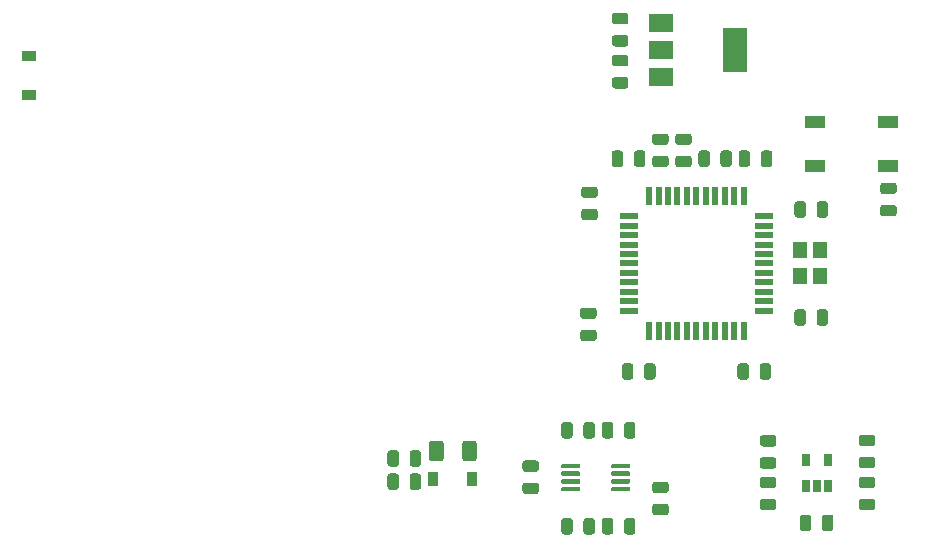
<source format=gbr>
G04 #@! TF.GenerationSoftware,KiCad,Pcbnew,(5.1.6)-1*
G04 #@! TF.CreationDate,2020-11-30T20:52:42-08:00*
G04 #@! TF.ProjectId,pcb2,70636232-2e6b-4696-9361-645f70636258,rev?*
G04 #@! TF.SameCoordinates,Original*
G04 #@! TF.FileFunction,Paste,Bot*
G04 #@! TF.FilePolarity,Positive*
%FSLAX46Y46*%
G04 Gerber Fmt 4.6, Leading zero omitted, Abs format (unit mm)*
G04 Created by KiCad (PCBNEW (5.1.6)-1) date 2020-11-30 20:52:42*
%MOMM*%
%LPD*%
G01*
G04 APERTURE LIST*
%ADD10R,0.900000X1.200000*%
%ADD11R,1.200000X0.900000*%
%ADD12R,1.800000X1.100000*%
%ADD13R,2.000000X3.800000*%
%ADD14R,2.000000X1.500000*%
%ADD15R,0.650000X1.060000*%
%ADD16R,0.550000X1.500000*%
%ADD17R,1.500000X0.550000*%
%ADD18R,1.200000X1.400000*%
G04 APERTURE END LIST*
G04 #@! TO.C,C14*
G36*
G01*
X152371880Y-67638610D02*
X152371880Y-68551110D01*
G75*
G02*
X152128130Y-68794860I-243750J0D01*
G01*
X151640630Y-68794860D01*
G75*
G02*
X151396880Y-68551110I0J243750D01*
G01*
X151396880Y-67638610D01*
G75*
G02*
X151640630Y-67394860I243750J0D01*
G01*
X152128130Y-67394860D01*
G75*
G02*
X152371880Y-67638610I0J-243750D01*
G01*
G37*
G36*
G01*
X150496880Y-67638610D02*
X150496880Y-68551110D01*
G75*
G02*
X150253130Y-68794860I-243750J0D01*
G01*
X149765630Y-68794860D01*
G75*
G02*
X149521880Y-68551110I0J243750D01*
G01*
X149521880Y-67638610D01*
G75*
G02*
X149765630Y-67394860I243750J0D01*
G01*
X150253130Y-67394860D01*
G75*
G02*
X150496880Y-67638610I0J-243750D01*
G01*
G37*
G04 #@! TD*
G04 #@! TO.C,C8*
G36*
G01*
X145036600Y-67641150D02*
X145036600Y-68553650D01*
G75*
G02*
X144792850Y-68797400I-243750J0D01*
G01*
X144305350Y-68797400D01*
G75*
G02*
X144061600Y-68553650I0J243750D01*
G01*
X144061600Y-67641150D01*
G75*
G02*
X144305350Y-67397400I243750J0D01*
G01*
X144792850Y-67397400D01*
G75*
G02*
X145036600Y-67641150I0J-243750D01*
G01*
G37*
G36*
G01*
X143161600Y-67641150D02*
X143161600Y-68553650D01*
G75*
G02*
X142917850Y-68797400I-243750J0D01*
G01*
X142430350Y-68797400D01*
G75*
G02*
X142186600Y-68553650I0J243750D01*
G01*
X142186600Y-67641150D01*
G75*
G02*
X142430350Y-67397400I243750J0D01*
G01*
X142917850Y-67397400D01*
G75*
G02*
X143161600Y-67641150I0J-243750D01*
G01*
G37*
G04 #@! TD*
G04 #@! TO.C,C1*
G36*
G01*
X154966350Y-91490500D02*
X155878850Y-91490500D01*
G75*
G02*
X156122600Y-91734250I0J-243750D01*
G01*
X156122600Y-92221750D01*
G75*
G02*
X155878850Y-92465500I-243750J0D01*
G01*
X154966350Y-92465500D01*
G75*
G02*
X154722600Y-92221750I0J243750D01*
G01*
X154722600Y-91734250D01*
G75*
G02*
X154966350Y-91490500I243750J0D01*
G01*
G37*
G36*
G01*
X154966350Y-93365500D02*
X155878850Y-93365500D01*
G75*
G02*
X156122600Y-93609250I0J-243750D01*
G01*
X156122600Y-94096750D01*
G75*
G02*
X155878850Y-94340500I-243750J0D01*
G01*
X154966350Y-94340500D01*
G75*
G02*
X154722600Y-94096750I0J243750D01*
G01*
X154722600Y-93609250D01*
G75*
G02*
X154966350Y-93365500I243750J0D01*
G01*
G37*
G04 #@! TD*
G04 #@! TO.C,C2*
G36*
G01*
X143356650Y-58602700D02*
X142444150Y-58602700D01*
G75*
G02*
X142200400Y-58358950I0J243750D01*
G01*
X142200400Y-57871450D01*
G75*
G02*
X142444150Y-57627700I243750J0D01*
G01*
X143356650Y-57627700D01*
G75*
G02*
X143600400Y-57871450I0J-243750D01*
G01*
X143600400Y-58358950D01*
G75*
G02*
X143356650Y-58602700I-243750J0D01*
G01*
G37*
G36*
G01*
X143356650Y-56727700D02*
X142444150Y-56727700D01*
G75*
G02*
X142200400Y-56483950I0J243750D01*
G01*
X142200400Y-55996450D01*
G75*
G02*
X142444150Y-55752700I243750J0D01*
G01*
X143356650Y-55752700D01*
G75*
G02*
X143600400Y-55996450I0J-243750D01*
G01*
X143600400Y-56483950D01*
G75*
G02*
X143356650Y-56727700I-243750J0D01*
G01*
G37*
G04 #@! TD*
G04 #@! TO.C,C3*
G36*
G01*
X155878850Y-95991500D02*
X154966350Y-95991500D01*
G75*
G02*
X154722600Y-95747750I0J243750D01*
G01*
X154722600Y-95260250D01*
G75*
G02*
X154966350Y-95016500I243750J0D01*
G01*
X155878850Y-95016500D01*
G75*
G02*
X156122600Y-95260250I0J-243750D01*
G01*
X156122600Y-95747750D01*
G75*
G02*
X155878850Y-95991500I-243750J0D01*
G01*
G37*
G36*
G01*
X155878850Y-97866500D02*
X154966350Y-97866500D01*
G75*
G02*
X154722600Y-97622750I0J243750D01*
G01*
X154722600Y-97135250D01*
G75*
G02*
X154966350Y-96891500I243750J0D01*
G01*
X155878850Y-96891500D01*
G75*
G02*
X156122600Y-97135250I0J-243750D01*
G01*
X156122600Y-97622750D01*
G75*
G02*
X155878850Y-97866500I-243750J0D01*
G01*
G37*
G04 #@! TD*
G04 #@! TO.C,C4*
G36*
G01*
X142444150Y-61183700D02*
X143356650Y-61183700D01*
G75*
G02*
X143600400Y-61427450I0J-243750D01*
G01*
X143600400Y-61914950D01*
G75*
G02*
X143356650Y-62158700I-243750J0D01*
G01*
X142444150Y-62158700D01*
G75*
G02*
X142200400Y-61914950I0J243750D01*
G01*
X142200400Y-61427450D01*
G75*
G02*
X142444150Y-61183700I243750J0D01*
G01*
G37*
G36*
G01*
X142444150Y-59308700D02*
X143356650Y-59308700D01*
G75*
G02*
X143600400Y-59552450I0J-243750D01*
G01*
X143600400Y-60039950D01*
G75*
G02*
X143356650Y-60283700I-243750J0D01*
G01*
X142444150Y-60283700D01*
G75*
G02*
X142200400Y-60039950I0J243750D01*
G01*
X142200400Y-59552450D01*
G75*
G02*
X142444150Y-59308700I243750J0D01*
G01*
G37*
G04 #@! TD*
G04 #@! TO.C,C5*
G36*
G01*
X141350700Y-99668650D02*
X141350700Y-98756150D01*
G75*
G02*
X141594450Y-98512400I243750J0D01*
G01*
X142081950Y-98512400D01*
G75*
G02*
X142325700Y-98756150I0J-243750D01*
G01*
X142325700Y-99668650D01*
G75*
G02*
X142081950Y-99912400I-243750J0D01*
G01*
X141594450Y-99912400D01*
G75*
G02*
X141350700Y-99668650I0J243750D01*
G01*
G37*
G36*
G01*
X143225700Y-99668650D02*
X143225700Y-98756150D01*
G75*
G02*
X143469450Y-98512400I243750J0D01*
G01*
X143956950Y-98512400D01*
G75*
G02*
X144200700Y-98756150I0J-243750D01*
G01*
X144200700Y-99668650D01*
G75*
G02*
X143956950Y-99912400I-243750J0D01*
G01*
X143469450Y-99912400D01*
G75*
G02*
X143225700Y-99668650I0J243750D01*
G01*
G37*
G04 #@! TD*
G04 #@! TO.C,C6*
G36*
G01*
X145860450Y-95437900D02*
X146772950Y-95437900D01*
G75*
G02*
X147016700Y-95681650I0J-243750D01*
G01*
X147016700Y-96169150D01*
G75*
G02*
X146772950Y-96412900I-243750J0D01*
G01*
X145860450Y-96412900D01*
G75*
G02*
X145616700Y-96169150I0J243750D01*
G01*
X145616700Y-95681650D01*
G75*
G02*
X145860450Y-95437900I243750J0D01*
G01*
G37*
G36*
G01*
X145860450Y-97312900D02*
X146772950Y-97312900D01*
G75*
G02*
X147016700Y-97556650I0J-243750D01*
G01*
X147016700Y-98044150D01*
G75*
G02*
X146772950Y-98287900I-243750J0D01*
G01*
X145860450Y-98287900D01*
G75*
G02*
X145616700Y-98044150I0J243750D01*
G01*
X145616700Y-97556650D01*
G75*
G02*
X145860450Y-97312900I243750J0D01*
G01*
G37*
G04 #@! TD*
G04 #@! TO.C,C7*
G36*
G01*
X154808100Y-68553650D02*
X154808100Y-67641150D01*
G75*
G02*
X155051850Y-67397400I243750J0D01*
G01*
X155539350Y-67397400D01*
G75*
G02*
X155783100Y-67641150I0J-243750D01*
G01*
X155783100Y-68553650D01*
G75*
G02*
X155539350Y-68797400I-243750J0D01*
G01*
X155051850Y-68797400D01*
G75*
G02*
X154808100Y-68553650I0J243750D01*
G01*
G37*
G36*
G01*
X152933100Y-68553650D02*
X152933100Y-67641150D01*
G75*
G02*
X153176850Y-67397400I243750J0D01*
G01*
X153664350Y-67397400D01*
G75*
G02*
X153908100Y-67641150I0J-243750D01*
G01*
X153908100Y-68553650D01*
G75*
G02*
X153664350Y-68797400I-243750J0D01*
G01*
X153176850Y-68797400D01*
G75*
G02*
X152933100Y-68553650I0J243750D01*
G01*
G37*
G04 #@! TD*
G04 #@! TO.C,C9*
G36*
G01*
X140765850Y-71432000D02*
X139853350Y-71432000D01*
G75*
G02*
X139609600Y-71188250I0J243750D01*
G01*
X139609600Y-70700750D01*
G75*
G02*
X139853350Y-70457000I243750J0D01*
G01*
X140765850Y-70457000D01*
G75*
G02*
X141009600Y-70700750I0J-243750D01*
G01*
X141009600Y-71188250D01*
G75*
G02*
X140765850Y-71432000I-243750J0D01*
G01*
G37*
G36*
G01*
X140765850Y-73307000D02*
X139853350Y-73307000D01*
G75*
G02*
X139609600Y-73063250I0J243750D01*
G01*
X139609600Y-72575750D01*
G75*
G02*
X139853350Y-72332000I243750J0D01*
G01*
X140765850Y-72332000D01*
G75*
G02*
X141009600Y-72575750I0J-243750D01*
G01*
X141009600Y-73063250D01*
G75*
G02*
X140765850Y-73307000I-243750J0D01*
G01*
G37*
G04 #@! TD*
G04 #@! TO.C,C10*
G36*
G01*
X139751750Y-82570500D02*
X140664250Y-82570500D01*
G75*
G02*
X140908000Y-82814250I0J-243750D01*
G01*
X140908000Y-83301750D01*
G75*
G02*
X140664250Y-83545500I-243750J0D01*
G01*
X139751750Y-83545500D01*
G75*
G02*
X139508000Y-83301750I0J243750D01*
G01*
X139508000Y-82814250D01*
G75*
G02*
X139751750Y-82570500I243750J0D01*
G01*
G37*
G36*
G01*
X139751750Y-80695500D02*
X140664250Y-80695500D01*
G75*
G02*
X140908000Y-80939250I0J-243750D01*
G01*
X140908000Y-81426750D01*
G75*
G02*
X140664250Y-81670500I-243750J0D01*
G01*
X139751750Y-81670500D01*
G75*
G02*
X139508000Y-81426750I0J243750D01*
G01*
X139508000Y-80939250D01*
G75*
G02*
X139751750Y-80695500I243750J0D01*
G01*
G37*
G04 #@! TD*
G04 #@! TO.C,C11*
G36*
G01*
X154706500Y-86562250D02*
X154706500Y-85649750D01*
G75*
G02*
X154950250Y-85406000I243750J0D01*
G01*
X155437750Y-85406000D01*
G75*
G02*
X155681500Y-85649750I0J-243750D01*
G01*
X155681500Y-86562250D01*
G75*
G02*
X155437750Y-86806000I-243750J0D01*
G01*
X154950250Y-86806000D01*
G75*
G02*
X154706500Y-86562250I0J243750D01*
G01*
G37*
G36*
G01*
X152831500Y-86562250D02*
X152831500Y-85649750D01*
G75*
G02*
X153075250Y-85406000I243750J0D01*
G01*
X153562750Y-85406000D01*
G75*
G02*
X153806500Y-85649750I0J-243750D01*
G01*
X153806500Y-86562250D01*
G75*
G02*
X153562750Y-86806000I-243750J0D01*
G01*
X153075250Y-86806000D01*
G75*
G02*
X152831500Y-86562250I0J243750D01*
G01*
G37*
G04 #@! TD*
G04 #@! TO.C,C12*
G36*
G01*
X157657500Y-81990250D02*
X157657500Y-81077750D01*
G75*
G02*
X157901250Y-80834000I243750J0D01*
G01*
X158388750Y-80834000D01*
G75*
G02*
X158632500Y-81077750I0J-243750D01*
G01*
X158632500Y-81990250D01*
G75*
G02*
X158388750Y-82234000I-243750J0D01*
G01*
X157901250Y-82234000D01*
G75*
G02*
X157657500Y-81990250I0J243750D01*
G01*
G37*
G36*
G01*
X159532500Y-81990250D02*
X159532500Y-81077750D01*
G75*
G02*
X159776250Y-80834000I243750J0D01*
G01*
X160263750Y-80834000D01*
G75*
G02*
X160507500Y-81077750I0J-243750D01*
G01*
X160507500Y-81990250D01*
G75*
G02*
X160263750Y-82234000I-243750J0D01*
G01*
X159776250Y-82234000D01*
G75*
G02*
X159532500Y-81990250I0J243750D01*
G01*
G37*
G04 #@! TD*
G04 #@! TO.C,C13*
G36*
G01*
X159532500Y-72846250D02*
X159532500Y-71933750D01*
G75*
G02*
X159776250Y-71690000I243750J0D01*
G01*
X160263750Y-71690000D01*
G75*
G02*
X160507500Y-71933750I0J-243750D01*
G01*
X160507500Y-72846250D01*
G75*
G02*
X160263750Y-73090000I-243750J0D01*
G01*
X159776250Y-73090000D01*
G75*
G02*
X159532500Y-72846250I0J243750D01*
G01*
G37*
G36*
G01*
X157657500Y-72846250D02*
X157657500Y-71933750D01*
G75*
G02*
X157901250Y-71690000I243750J0D01*
G01*
X158388750Y-71690000D01*
G75*
G02*
X158632500Y-71933750I0J-243750D01*
G01*
X158632500Y-72846250D01*
G75*
G02*
X158388750Y-73090000I-243750J0D01*
G01*
X157901250Y-73090000D01*
G75*
G02*
X157657500Y-72846250I0J243750D01*
G01*
G37*
G04 #@! TD*
D10*
G04 #@! TO.C,D1*
X130388900Y-95250000D03*
X127088900Y-95250000D03*
G04 #@! TD*
G04 #@! TO.C,D2*
G36*
G01*
X160960100Y-98476750D02*
X160960100Y-99389250D01*
G75*
G02*
X160716350Y-99633000I-243750J0D01*
G01*
X160228850Y-99633000D01*
G75*
G02*
X159985100Y-99389250I0J243750D01*
G01*
X159985100Y-98476750D01*
G75*
G02*
X160228850Y-98233000I243750J0D01*
G01*
X160716350Y-98233000D01*
G75*
G02*
X160960100Y-98476750I0J-243750D01*
G01*
G37*
G36*
G01*
X159085100Y-98476750D02*
X159085100Y-99389250D01*
G75*
G02*
X158841350Y-99633000I-243750J0D01*
G01*
X158353850Y-99633000D01*
G75*
G02*
X158110100Y-99389250I0J243750D01*
G01*
X158110100Y-98476750D01*
G75*
G02*
X158353850Y-98233000I243750J0D01*
G01*
X158841350Y-98233000D01*
G75*
G02*
X159085100Y-98476750I0J-243750D01*
G01*
G37*
G04 #@! TD*
G04 #@! TO.C,D3*
G36*
G01*
X125077400Y-93928250D02*
X125077400Y-93015750D01*
G75*
G02*
X125321150Y-92772000I243750J0D01*
G01*
X125808650Y-92772000D01*
G75*
G02*
X126052400Y-93015750I0J-243750D01*
G01*
X126052400Y-93928250D01*
G75*
G02*
X125808650Y-94172000I-243750J0D01*
G01*
X125321150Y-94172000D01*
G75*
G02*
X125077400Y-93928250I0J243750D01*
G01*
G37*
G36*
G01*
X123202400Y-93928250D02*
X123202400Y-93015750D01*
G75*
G02*
X123446150Y-92772000I243750J0D01*
G01*
X123933650Y-92772000D01*
G75*
G02*
X124177400Y-93015750I0J-243750D01*
G01*
X124177400Y-93928250D01*
G75*
G02*
X123933650Y-94172000I-243750J0D01*
G01*
X123446150Y-94172000D01*
G75*
G02*
X123202400Y-93928250I0J243750D01*
G01*
G37*
G04 #@! TD*
D11*
G04 #@! TO.C,D4*
X92862400Y-62660800D03*
X92862400Y-59360800D03*
G04 #@! TD*
G04 #@! TO.C,F1*
G36*
G01*
X130767900Y-92212000D02*
X130767900Y-93462000D01*
G75*
G02*
X130517900Y-93712000I-250000J0D01*
G01*
X129767900Y-93712000D01*
G75*
G02*
X129517900Y-93462000I0J250000D01*
G01*
X129517900Y-92212000D01*
G75*
G02*
X129767900Y-91962000I250000J0D01*
G01*
X130517900Y-91962000D01*
G75*
G02*
X130767900Y-92212000I0J-250000D01*
G01*
G37*
G36*
G01*
X127967900Y-92212000D02*
X127967900Y-93462000D01*
G75*
G02*
X127717900Y-93712000I-250000J0D01*
G01*
X126967900Y-93712000D01*
G75*
G02*
X126717900Y-93462000I0J250000D01*
G01*
X126717900Y-92212000D01*
G75*
G02*
X126967900Y-91962000I250000J0D01*
G01*
X127717900Y-91962000D01*
G75*
G02*
X127967900Y-92212000I0J-250000D01*
G01*
G37*
G04 #@! TD*
G04 #@! TO.C,L1*
G36*
G01*
X140771700Y-98756150D02*
X140771700Y-99668650D01*
G75*
G02*
X140527950Y-99912400I-243750J0D01*
G01*
X140040450Y-99912400D01*
G75*
G02*
X139796700Y-99668650I0J243750D01*
G01*
X139796700Y-98756150D01*
G75*
G02*
X140040450Y-98512400I243750J0D01*
G01*
X140527950Y-98512400D01*
G75*
G02*
X140771700Y-98756150I0J-243750D01*
G01*
G37*
G36*
G01*
X138896700Y-98756150D02*
X138896700Y-99668650D01*
G75*
G02*
X138652950Y-99912400I-243750J0D01*
G01*
X138165450Y-99912400D01*
G75*
G02*
X137921700Y-99668650I0J243750D01*
G01*
X137921700Y-98756150D01*
G75*
G02*
X138165450Y-98512400I243750J0D01*
G01*
X138652950Y-98512400D01*
G75*
G02*
X138896700Y-98756150I0J-243750D01*
G01*
G37*
G04 #@! TD*
G04 #@! TO.C,R1*
G36*
G01*
X125077400Y-95896750D02*
X125077400Y-94984250D01*
G75*
G02*
X125321150Y-94740500I243750J0D01*
G01*
X125808650Y-94740500D01*
G75*
G02*
X126052400Y-94984250I0J-243750D01*
G01*
X126052400Y-95896750D01*
G75*
G02*
X125808650Y-96140500I-243750J0D01*
G01*
X125321150Y-96140500D01*
G75*
G02*
X125077400Y-95896750I0J243750D01*
G01*
G37*
G36*
G01*
X123202400Y-95896750D02*
X123202400Y-94984250D01*
G75*
G02*
X123446150Y-94740500I243750J0D01*
G01*
X123933650Y-94740500D01*
G75*
G02*
X124177400Y-94984250I0J-243750D01*
G01*
X124177400Y-95896750D01*
G75*
G02*
X123933650Y-96140500I-243750J0D01*
G01*
X123446150Y-96140500D01*
G75*
G02*
X123202400Y-95896750I0J243750D01*
G01*
G37*
G04 #@! TD*
G04 #@! TO.C,R2*
G36*
G01*
X163348350Y-91460500D02*
X164260850Y-91460500D01*
G75*
G02*
X164504600Y-91704250I0J-243750D01*
G01*
X164504600Y-92191750D01*
G75*
G02*
X164260850Y-92435500I-243750J0D01*
G01*
X163348350Y-92435500D01*
G75*
G02*
X163104600Y-92191750I0J243750D01*
G01*
X163104600Y-91704250D01*
G75*
G02*
X163348350Y-91460500I243750J0D01*
G01*
G37*
G36*
G01*
X163348350Y-93335500D02*
X164260850Y-93335500D01*
G75*
G02*
X164504600Y-93579250I0J-243750D01*
G01*
X164504600Y-94066750D01*
G75*
G02*
X164260850Y-94310500I-243750J0D01*
G01*
X163348350Y-94310500D01*
G75*
G02*
X163104600Y-94066750I0J243750D01*
G01*
X163104600Y-93579250D01*
G75*
G02*
X163348350Y-93335500I243750J0D01*
G01*
G37*
G04 #@! TD*
G04 #@! TO.C,R3*
G36*
G01*
X164260850Y-97866500D02*
X163348350Y-97866500D01*
G75*
G02*
X163104600Y-97622750I0J243750D01*
G01*
X163104600Y-97135250D01*
G75*
G02*
X163348350Y-96891500I243750J0D01*
G01*
X164260850Y-96891500D01*
G75*
G02*
X164504600Y-97135250I0J-243750D01*
G01*
X164504600Y-97622750D01*
G75*
G02*
X164260850Y-97866500I-243750J0D01*
G01*
G37*
G36*
G01*
X164260850Y-95991500D02*
X163348350Y-95991500D01*
G75*
G02*
X163104600Y-95747750I0J243750D01*
G01*
X163104600Y-95260250D01*
G75*
G02*
X163348350Y-95016500I243750J0D01*
G01*
X164260850Y-95016500D01*
G75*
G02*
X164504600Y-95260250I0J-243750D01*
G01*
X164504600Y-95747750D01*
G75*
G02*
X164260850Y-95991500I-243750J0D01*
G01*
G37*
G04 #@! TD*
G04 #@! TO.C,R4*
G36*
G01*
X144200700Y-90628150D02*
X144200700Y-91540650D01*
G75*
G02*
X143956950Y-91784400I-243750J0D01*
G01*
X143469450Y-91784400D01*
G75*
G02*
X143225700Y-91540650I0J243750D01*
G01*
X143225700Y-90628150D01*
G75*
G02*
X143469450Y-90384400I243750J0D01*
G01*
X143956950Y-90384400D01*
G75*
G02*
X144200700Y-90628150I0J-243750D01*
G01*
G37*
G36*
G01*
X142325700Y-90628150D02*
X142325700Y-91540650D01*
G75*
G02*
X142081950Y-91784400I-243750J0D01*
G01*
X141594450Y-91784400D01*
G75*
G02*
X141350700Y-91540650I0J243750D01*
G01*
X141350700Y-90628150D01*
G75*
G02*
X141594450Y-90384400I243750J0D01*
G01*
X142081950Y-90384400D01*
G75*
G02*
X142325700Y-90628150I0J-243750D01*
G01*
G37*
G04 #@! TD*
G04 #@! TO.C,R5*
G36*
G01*
X138896700Y-90628150D02*
X138896700Y-91540650D01*
G75*
G02*
X138652950Y-91784400I-243750J0D01*
G01*
X138165450Y-91784400D01*
G75*
G02*
X137921700Y-91540650I0J243750D01*
G01*
X137921700Y-90628150D01*
G75*
G02*
X138165450Y-90384400I243750J0D01*
G01*
X138652950Y-90384400D01*
G75*
G02*
X138896700Y-90628150I0J-243750D01*
G01*
G37*
G36*
G01*
X140771700Y-90628150D02*
X140771700Y-91540650D01*
G75*
G02*
X140527950Y-91784400I-243750J0D01*
G01*
X140040450Y-91784400D01*
G75*
G02*
X139796700Y-91540650I0J243750D01*
G01*
X139796700Y-90628150D01*
G75*
G02*
X140040450Y-90384400I243750J0D01*
G01*
X140527950Y-90384400D01*
G75*
G02*
X140771700Y-90628150I0J-243750D01*
G01*
G37*
G04 #@! TD*
G04 #@! TO.C,R6*
G36*
G01*
X146760250Y-66938500D02*
X145847750Y-66938500D01*
G75*
G02*
X145604000Y-66694750I0J243750D01*
G01*
X145604000Y-66207250D01*
G75*
G02*
X145847750Y-65963500I243750J0D01*
G01*
X146760250Y-65963500D01*
G75*
G02*
X147004000Y-66207250I0J-243750D01*
G01*
X147004000Y-66694750D01*
G75*
G02*
X146760250Y-66938500I-243750J0D01*
G01*
G37*
G36*
G01*
X146760250Y-68813500D02*
X145847750Y-68813500D01*
G75*
G02*
X145604000Y-68569750I0J243750D01*
G01*
X145604000Y-68082250D01*
G75*
G02*
X145847750Y-67838500I243750J0D01*
G01*
X146760250Y-67838500D01*
G75*
G02*
X147004000Y-68082250I0J-243750D01*
G01*
X147004000Y-68569750D01*
G75*
G02*
X146760250Y-68813500I-243750J0D01*
G01*
G37*
G04 #@! TD*
G04 #@! TO.C,R7*
G36*
G01*
X148721130Y-68813500D02*
X147808630Y-68813500D01*
G75*
G02*
X147564880Y-68569750I0J243750D01*
G01*
X147564880Y-68082250D01*
G75*
G02*
X147808630Y-67838500I243750J0D01*
G01*
X148721130Y-67838500D01*
G75*
G02*
X148964880Y-68082250I0J-243750D01*
G01*
X148964880Y-68569750D01*
G75*
G02*
X148721130Y-68813500I-243750J0D01*
G01*
G37*
G36*
G01*
X148721130Y-66938500D02*
X147808630Y-66938500D01*
G75*
G02*
X147564880Y-66694750I0J243750D01*
G01*
X147564880Y-66207250D01*
G75*
G02*
X147808630Y-65963500I243750J0D01*
G01*
X148721130Y-65963500D01*
G75*
G02*
X148964880Y-66207250I0J-243750D01*
G01*
X148964880Y-66694750D01*
G75*
G02*
X148721130Y-66938500I-243750J0D01*
G01*
G37*
G04 #@! TD*
G04 #@! TO.C,R8*
G36*
G01*
X166064250Y-71099500D02*
X165151750Y-71099500D01*
G75*
G02*
X164908000Y-70855750I0J243750D01*
G01*
X164908000Y-70368250D01*
G75*
G02*
X165151750Y-70124500I243750J0D01*
G01*
X166064250Y-70124500D01*
G75*
G02*
X166308000Y-70368250I0J-243750D01*
G01*
X166308000Y-70855750D01*
G75*
G02*
X166064250Y-71099500I-243750J0D01*
G01*
G37*
G36*
G01*
X166064250Y-72974500D02*
X165151750Y-72974500D01*
G75*
G02*
X164908000Y-72730750I0J243750D01*
G01*
X164908000Y-72243250D01*
G75*
G02*
X165151750Y-71999500I243750J0D01*
G01*
X166064250Y-71999500D01*
G75*
G02*
X166308000Y-72243250I0J-243750D01*
G01*
X166308000Y-72730750D01*
G75*
G02*
X166064250Y-72974500I-243750J0D01*
G01*
G37*
G04 #@! TD*
G04 #@! TO.C,R9*
G36*
G01*
X144927500Y-86562250D02*
X144927500Y-85649750D01*
G75*
G02*
X145171250Y-85406000I243750J0D01*
G01*
X145658750Y-85406000D01*
G75*
G02*
X145902500Y-85649750I0J-243750D01*
G01*
X145902500Y-86562250D01*
G75*
G02*
X145658750Y-86806000I-243750J0D01*
G01*
X145171250Y-86806000D01*
G75*
G02*
X144927500Y-86562250I0J243750D01*
G01*
G37*
G36*
G01*
X143052500Y-86562250D02*
X143052500Y-85649750D01*
G75*
G02*
X143296250Y-85406000I243750J0D01*
G01*
X143783750Y-85406000D01*
G75*
G02*
X144027500Y-85649750I0J-243750D01*
G01*
X144027500Y-86562250D01*
G75*
G02*
X143783750Y-86806000I-243750J0D01*
G01*
X143296250Y-86806000D01*
G75*
G02*
X143052500Y-86562250I0J243750D01*
G01*
G37*
G04 #@! TD*
G04 #@! TO.C,R10*
G36*
G01*
X135787450Y-96494900D02*
X134874950Y-96494900D01*
G75*
G02*
X134631200Y-96251150I0J243750D01*
G01*
X134631200Y-95763650D01*
G75*
G02*
X134874950Y-95519900I243750J0D01*
G01*
X135787450Y-95519900D01*
G75*
G02*
X136031200Y-95763650I0J-243750D01*
G01*
X136031200Y-96251150D01*
G75*
G02*
X135787450Y-96494900I-243750J0D01*
G01*
G37*
G36*
G01*
X135787450Y-94619900D02*
X134874950Y-94619900D01*
G75*
G02*
X134631200Y-94376150I0J243750D01*
G01*
X134631200Y-93888650D01*
G75*
G02*
X134874950Y-93644900I243750J0D01*
G01*
X135787450Y-93644900D01*
G75*
G02*
X136031200Y-93888650I0J-243750D01*
G01*
X136031200Y-94376150D01*
G75*
G02*
X135787450Y-94619900I-243750J0D01*
G01*
G37*
G04 #@! TD*
D12*
G04 #@! TO.C,SW4*
X165609200Y-65002800D03*
X159409200Y-65002800D03*
X165609200Y-68702800D03*
X159409200Y-68702800D03*
G04 #@! TD*
D13*
G04 #@! TO.C,U1*
X152654400Y-58877200D03*
D14*
X146354400Y-58877200D03*
X146354400Y-56577200D03*
X146354400Y-61177200D03*
G04 #@! TD*
D15*
G04 #@! TO.C,U2*
X160502600Y-95799000D03*
X159552600Y-95799000D03*
X158602600Y-95799000D03*
X158602600Y-93599000D03*
X160502600Y-93599000D03*
G04 #@! TD*
G04 #@! TO.C,U3*
G36*
G01*
X137913700Y-96167400D02*
X137913700Y-95967400D01*
G75*
G02*
X138013700Y-95867400I100000J0D01*
G01*
X139438700Y-95867400D01*
G75*
G02*
X139538700Y-95967400I0J-100000D01*
G01*
X139538700Y-96167400D01*
G75*
G02*
X139438700Y-96267400I-100000J0D01*
G01*
X138013700Y-96267400D01*
G75*
G02*
X137913700Y-96167400I0J100000D01*
G01*
G37*
G36*
G01*
X137913700Y-95517400D02*
X137913700Y-95317400D01*
G75*
G02*
X138013700Y-95217400I100000J0D01*
G01*
X139438700Y-95217400D01*
G75*
G02*
X139538700Y-95317400I0J-100000D01*
G01*
X139538700Y-95517400D01*
G75*
G02*
X139438700Y-95617400I-100000J0D01*
G01*
X138013700Y-95617400D01*
G75*
G02*
X137913700Y-95517400I0J100000D01*
G01*
G37*
G36*
G01*
X137913700Y-94867400D02*
X137913700Y-94667400D01*
G75*
G02*
X138013700Y-94567400I100000J0D01*
G01*
X139438700Y-94567400D01*
G75*
G02*
X139538700Y-94667400I0J-100000D01*
G01*
X139538700Y-94867400D01*
G75*
G02*
X139438700Y-94967400I-100000J0D01*
G01*
X138013700Y-94967400D01*
G75*
G02*
X137913700Y-94867400I0J100000D01*
G01*
G37*
G36*
G01*
X137913700Y-94217400D02*
X137913700Y-94017400D01*
G75*
G02*
X138013700Y-93917400I100000J0D01*
G01*
X139438700Y-93917400D01*
G75*
G02*
X139538700Y-94017400I0J-100000D01*
G01*
X139538700Y-94217400D01*
G75*
G02*
X139438700Y-94317400I-100000J0D01*
G01*
X138013700Y-94317400D01*
G75*
G02*
X137913700Y-94217400I0J100000D01*
G01*
G37*
G36*
G01*
X142138700Y-94217400D02*
X142138700Y-94017400D01*
G75*
G02*
X142238700Y-93917400I100000J0D01*
G01*
X143663700Y-93917400D01*
G75*
G02*
X143763700Y-94017400I0J-100000D01*
G01*
X143763700Y-94217400D01*
G75*
G02*
X143663700Y-94317400I-100000J0D01*
G01*
X142238700Y-94317400D01*
G75*
G02*
X142138700Y-94217400I0J100000D01*
G01*
G37*
G36*
G01*
X142138700Y-94867400D02*
X142138700Y-94667400D01*
G75*
G02*
X142238700Y-94567400I100000J0D01*
G01*
X143663700Y-94567400D01*
G75*
G02*
X143763700Y-94667400I0J-100000D01*
G01*
X143763700Y-94867400D01*
G75*
G02*
X143663700Y-94967400I-100000J0D01*
G01*
X142238700Y-94967400D01*
G75*
G02*
X142138700Y-94867400I0J100000D01*
G01*
G37*
G36*
G01*
X142138700Y-95517400D02*
X142138700Y-95317400D01*
G75*
G02*
X142238700Y-95217400I100000J0D01*
G01*
X143663700Y-95217400D01*
G75*
G02*
X143763700Y-95317400I0J-100000D01*
G01*
X143763700Y-95517400D01*
G75*
G02*
X143663700Y-95617400I-100000J0D01*
G01*
X142238700Y-95617400D01*
G75*
G02*
X142138700Y-95517400I0J100000D01*
G01*
G37*
G36*
G01*
X142138700Y-96167400D02*
X142138700Y-95967400D01*
G75*
G02*
X142238700Y-95867400I100000J0D01*
G01*
X143663700Y-95867400D01*
G75*
G02*
X143763700Y-95967400I0J-100000D01*
G01*
X143763700Y-96167400D01*
G75*
G02*
X143663700Y-96267400I-100000J0D01*
G01*
X142238700Y-96267400D01*
G75*
G02*
X142138700Y-96167400I0J100000D01*
G01*
G37*
G04 #@! TD*
D16*
G04 #@! TO.C,U4*
X145352000Y-71262000D03*
X146152000Y-71262000D03*
X146952000Y-71262000D03*
X147752000Y-71262000D03*
X148552000Y-71262000D03*
X149352000Y-71262000D03*
X150152000Y-71262000D03*
X150952000Y-71262000D03*
X151752000Y-71262000D03*
X152552000Y-71262000D03*
X153352000Y-71262000D03*
D17*
X155052000Y-72962000D03*
X155052000Y-73762000D03*
X155052000Y-74562000D03*
X155052000Y-75362000D03*
X155052000Y-76162000D03*
X155052000Y-76962000D03*
X155052000Y-77762000D03*
X155052000Y-78562000D03*
X155052000Y-79362000D03*
X155052000Y-80162000D03*
X155052000Y-80962000D03*
D16*
X153352000Y-82662000D03*
X152552000Y-82662000D03*
X151752000Y-82662000D03*
X150952000Y-82662000D03*
X150152000Y-82662000D03*
X149352000Y-82662000D03*
X148552000Y-82662000D03*
X147752000Y-82662000D03*
X146952000Y-82662000D03*
X146152000Y-82662000D03*
X145352000Y-82662000D03*
D17*
X143652000Y-80962000D03*
X143652000Y-80162000D03*
X143652000Y-79362000D03*
X143652000Y-78562000D03*
X143652000Y-77762000D03*
X143652000Y-76962000D03*
X143652000Y-76162000D03*
X143652000Y-75362000D03*
X143652000Y-74562000D03*
X143652000Y-73762000D03*
X143652000Y-72962000D03*
G04 #@! TD*
D18*
G04 #@! TO.C,Y1*
X158154000Y-78062000D03*
X158154000Y-75862000D03*
X159854000Y-75862000D03*
X159854000Y-78062000D03*
G04 #@! TD*
M02*

</source>
